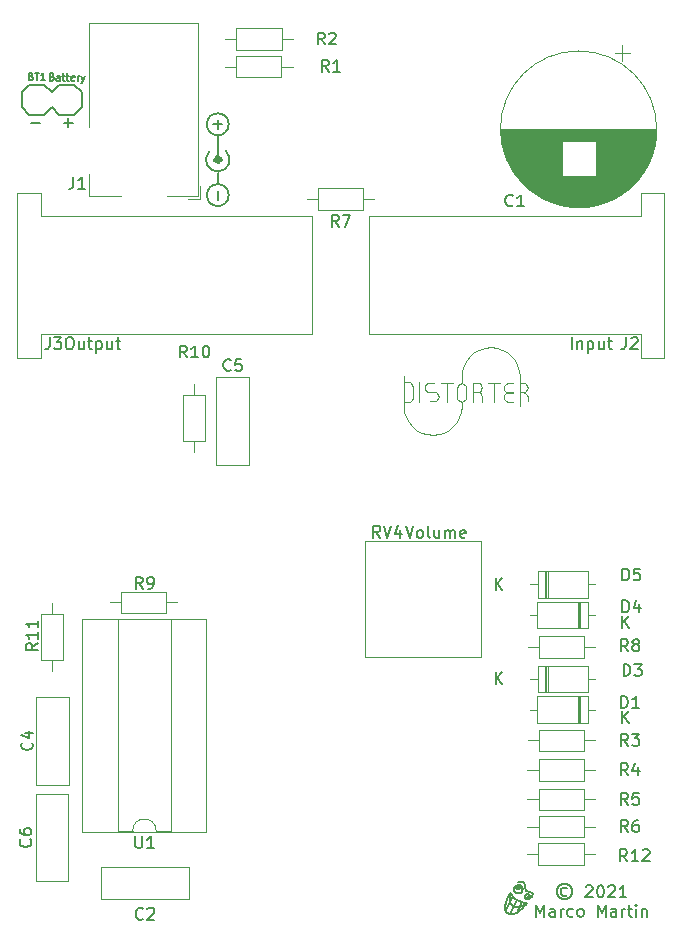
<source format=gbr>
%TF.GenerationSoftware,KiCad,Pcbnew,5.1.8-5.1.8*%
%TF.CreationDate,2021-11-25T16:42:30+01:00*%
%TF.ProjectId,diodedistortion,64696f64-6564-4697-9374-6f7274696f6e,rev?*%
%TF.SameCoordinates,Original*%
%TF.FileFunction,Legend,Top*%
%TF.FilePolarity,Positive*%
%FSLAX46Y46*%
G04 Gerber Fmt 4.6, Leading zero omitted, Abs format (unit mm)*
G04 Created by KiCad (PCBNEW 5.1.8-5.1.8) date 2021-11-25 16:42:30*
%MOMM*%
%LPD*%
G01*
G04 APERTURE LIST*
%ADD10C,0.126000*%
%ADD11C,0.150000*%
%ADD12C,0.100000*%
%ADD13C,0.165375*%
%ADD14C,0.500000*%
%ADD15C,0.120000*%
%ADD16C,0.203200*%
%ADD17C,0.127000*%
G04 APERTURE END LIST*
D10*
X102027073Y-96855017D02*
X102109170Y-96976081D01*
X102135000Y-97535000D02*
X102135000Y-97923170D01*
X101397519Y-98071746D02*
X101367450Y-97923170D01*
X101483844Y-96855027D02*
X101605798Y-96773536D01*
X101601576Y-98274296D02*
X101479616Y-98192810D01*
X102104935Y-98071736D02*
X102022845Y-98192800D01*
X101755455Y-96743690D02*
X101905113Y-96773531D01*
X101900891Y-98274291D02*
X101751234Y-98304137D01*
X102139239Y-97124657D02*
X102139239Y-97512827D01*
X102135000Y-97923170D02*
X102104935Y-98071736D01*
X101605798Y-96773536D02*
X101755455Y-96743690D01*
X101401754Y-96976091D02*
X101483844Y-96855027D01*
X101367450Y-97923170D02*
X101367450Y-97535000D01*
X102022845Y-98192800D02*
X101900891Y-98274291D01*
X101905113Y-96773531D02*
X102027073Y-96855017D01*
X101371689Y-97124657D02*
X101401754Y-96976091D01*
X101751234Y-98304137D02*
X101601576Y-98274296D01*
X101371689Y-97512827D02*
X101371689Y-97124657D01*
X102109170Y-96976081D02*
X102139239Y-97124657D01*
X101479616Y-98192810D02*
X101397519Y-98071746D01*
X99704640Y-98140384D02*
X99583576Y-98222481D01*
X99704630Y-97597155D02*
X99786121Y-97719109D01*
X99815967Y-97868766D02*
X99786126Y-98018424D01*
X99435000Y-98252550D02*
X99046830Y-98252550D01*
X99786121Y-97719109D02*
X99815967Y-97868766D01*
X99583566Y-97515065D02*
X99704630Y-97597155D01*
X99786126Y-98018424D02*
X99704640Y-98140384D01*
X99435000Y-97485000D02*
X99583566Y-97515065D01*
X99046830Y-97485000D02*
X99435000Y-97485000D01*
X99583576Y-98222481D02*
X99435000Y-98252550D01*
X97370705Y-98320081D02*
X97221064Y-98348258D01*
X101946155Y-95201665D02*
X101803525Y-95663063D01*
X97261317Y-100035000D02*
X97035485Y-99617908D01*
X101703462Y-99156510D02*
X101560832Y-99617908D01*
X97560627Y-100398063D02*
X97261317Y-100035000D01*
X102834366Y-94122200D02*
X103251458Y-93896368D01*
X106663836Y-96159041D02*
X106614132Y-95663063D01*
X102171987Y-94784573D02*
X101946155Y-95201665D01*
X98755017Y-96817927D02*
X98876081Y-96735830D01*
X96843151Y-98660531D02*
X96843151Y-96159041D01*
X106967677Y-97495241D02*
X107116304Y-97525307D01*
X103433305Y-97703541D02*
X103462964Y-97853197D01*
X97604830Y-97967291D02*
X97574759Y-98116413D01*
X103251458Y-93896368D02*
X103712856Y-93753738D01*
X103712856Y-93753738D02*
X104208835Y-93704033D01*
X103230562Y-96731167D02*
X103351626Y-96813257D01*
X104208835Y-93704033D02*
X104704813Y-93753738D01*
X103230562Y-97438568D02*
X103081997Y-97468633D01*
X99794137Y-101065835D02*
X99298159Y-101115539D01*
X104704813Y-93753738D02*
X105166211Y-93896368D01*
X105415357Y-98174826D02*
X105333866Y-98052872D01*
X103081997Y-97469431D02*
X103230624Y-97499497D01*
X105166211Y-93896368D02*
X105583303Y-94122200D01*
X96860000Y-96647771D02*
X97221064Y-96640631D01*
X105415357Y-97412826D02*
X105333866Y-97290872D01*
X105583303Y-94122200D02*
X105946366Y-94421510D01*
X98755027Y-97361156D02*
X98673536Y-97239202D01*
X102834360Y-94122200D02*
X102471297Y-94421510D01*
X103081997Y-96701101D02*
X103230562Y-96731167D01*
X106245670Y-94784573D02*
X105946360Y-94421510D01*
X102784817Y-97469431D02*
X103081997Y-97469431D01*
X103351626Y-97356478D02*
X103230562Y-97438568D01*
X107237306Y-96839067D02*
X107318797Y-96961021D01*
X101753167Y-98660531D02*
X101703462Y-99156510D01*
X102471303Y-94421510D02*
X102834366Y-94122200D01*
X105536411Y-96787500D02*
X105684987Y-96757431D01*
X105536411Y-97549500D02*
X105684987Y-97519431D01*
X107348644Y-97110677D02*
X107318798Y-97260331D01*
X107348644Y-97879007D02*
X107347797Y-98262773D01*
X96892855Y-99156510D02*
X96843151Y-98660531D01*
X107237473Y-97607397D02*
X107318986Y-97729351D01*
X106614132Y-95663063D02*
X106471502Y-95201665D01*
X103251452Y-93896368D02*
X102834360Y-94122200D01*
X103712850Y-93753738D02*
X103251452Y-93896368D01*
X96843151Y-98660531D02*
X96843154Y-96159041D01*
X105684987Y-98286981D02*
X105536421Y-98256916D01*
X102700157Y-96710000D02*
X102700157Y-98316091D01*
X99298159Y-101115539D02*
X98802180Y-101065835D01*
X98802180Y-101065835D02*
X98340782Y-100923205D01*
X105415347Y-96869597D02*
X105536411Y-96787500D01*
X101035690Y-100398063D02*
X100672627Y-100697373D01*
X97221064Y-98348258D02*
X96837298Y-98341091D01*
X97574758Y-96872481D02*
X97604830Y-97021601D01*
X101803525Y-95663063D02*
X101753821Y-96159041D01*
X101335000Y-100035000D02*
X101035690Y-100398063D01*
X106664167Y-97495241D02*
X106967677Y-97495241D01*
X102471297Y-94421510D02*
X102171987Y-94784573D01*
X101753827Y-96685000D02*
X101753827Y-96159041D01*
X106471502Y-95201665D02*
X106245670Y-94784573D01*
X105536421Y-97494916D02*
X105415357Y-97412826D01*
X102693827Y-96701101D02*
X103081997Y-96701101D01*
X105166205Y-93896368D02*
X104704807Y-93753738D01*
X101753827Y-96159041D02*
X101803531Y-95663063D01*
X101803531Y-95663063D02*
X101946161Y-95201665D01*
X101946161Y-95201665D02*
X102171993Y-94784573D01*
X107116304Y-97525307D02*
X107237473Y-97607397D01*
X98643690Y-97089545D02*
X98673531Y-96939887D01*
X98340782Y-100923205D02*
X97923690Y-100697373D01*
X100255535Y-100923205D02*
X99794137Y-101065835D01*
X102171993Y-94784573D02*
X102471303Y-94421510D01*
X103351626Y-96813257D02*
X103433117Y-96935211D01*
X104208829Y-93704033D02*
X103712850Y-93753738D01*
X105684987Y-97519431D02*
X106073157Y-97519431D01*
X103081997Y-97468633D02*
X102693827Y-97468622D01*
X103956477Y-96757431D02*
X104972487Y-96757431D01*
X97035485Y-99617908D02*
X96892855Y-99156510D01*
X107116242Y-96756977D02*
X107237306Y-96839067D01*
X105333866Y-97290872D02*
X105304020Y-97141215D01*
X99975487Y-96732431D02*
X100991497Y-96732431D01*
X100672627Y-100697373D02*
X100255535Y-100923205D01*
X105333861Y-96991557D02*
X105415347Y-96869597D01*
X105536421Y-98256916D02*
X105415357Y-98174826D01*
X101560832Y-99617908D02*
X101335000Y-100035000D01*
X99794137Y-101065835D02*
X99298159Y-101115539D01*
X101753821Y-96159041D02*
X101753167Y-96159041D01*
X97604830Y-97021601D02*
X97604830Y-97560000D01*
X99024657Y-96705761D02*
X99412827Y-96705761D01*
X103351793Y-97581587D02*
X103433305Y-97703541D01*
X107318797Y-96961021D02*
X107348644Y-97110677D01*
X107318986Y-97729351D02*
X107348644Y-97879007D01*
X107318798Y-97260331D02*
X107237305Y-97382281D01*
X99298159Y-101115539D02*
X98802180Y-101065835D01*
X98802180Y-101065835D02*
X98340782Y-100923205D01*
X104704807Y-93753738D02*
X104208829Y-93704033D01*
X96892855Y-99156510D02*
X96843151Y-98660531D01*
X97492660Y-98238404D02*
X97370705Y-98320081D01*
X103462964Y-97853197D02*
X103462157Y-98310000D01*
X105415347Y-97631597D02*
X105536411Y-97549500D01*
X98340782Y-100923205D02*
X97923690Y-100697373D01*
X97923690Y-100697373D02*
X97560627Y-100398063D01*
X97560627Y-100398063D02*
X97261317Y-100035000D01*
X106967677Y-97494431D02*
X106660000Y-97494431D01*
X106967677Y-96726911D02*
X107116242Y-96756977D01*
X103230624Y-97499497D02*
X103351793Y-97581587D01*
X101035690Y-100398063D02*
X100672627Y-100697373D01*
X97574759Y-98116413D02*
X97492660Y-98238404D01*
X98673536Y-97239202D02*
X98643690Y-97089545D01*
X105684987Y-97524981D02*
X105536421Y-97494916D01*
X98876091Y-97443246D02*
X98755027Y-97361156D01*
X103433117Y-96935211D02*
X103462964Y-97084867D01*
X106073157Y-97524981D02*
X105684987Y-97524981D01*
X107116240Y-97464367D02*
X106967677Y-97494431D01*
X97261317Y-100035000D02*
X97035485Y-99617908D01*
X100255535Y-100923205D02*
X99794137Y-101065835D01*
X107237305Y-97382281D02*
X107116240Y-97464367D01*
X106245676Y-94784573D02*
X106471508Y-95201665D01*
X97221064Y-96640631D02*
X97370704Y-96668808D01*
X98673531Y-96939887D02*
X98755017Y-96817927D01*
X97923690Y-100697373D02*
X97560627Y-100398063D01*
X97492660Y-96750488D02*
X97574758Y-96872481D01*
X105946360Y-94421510D02*
X105583297Y-94122200D01*
X106685000Y-96726911D02*
X106967677Y-96726911D01*
X106471508Y-95201665D02*
X106614138Y-95663063D01*
X106614138Y-95663063D02*
X106663843Y-96159041D01*
X106663836Y-98660531D02*
X106663836Y-96159041D01*
X105304020Y-97903215D02*
X105333861Y-97753557D01*
X105684987Y-96757431D02*
X106073157Y-96757431D01*
X105583297Y-94122200D02*
X105166205Y-93896368D01*
X99024657Y-97473311D02*
X98876091Y-97443246D01*
X106073157Y-98286981D02*
X105684987Y-98286981D01*
X105333866Y-98052872D02*
X105304020Y-97903215D01*
X105333861Y-97753557D02*
X105415347Y-97631597D01*
X103462964Y-97084867D02*
X103433117Y-97234524D01*
X106663843Y-96159041D02*
X106663836Y-98660531D01*
X100672627Y-100697373D02*
X100255535Y-100923205D01*
X105304020Y-97141215D02*
X105333861Y-96991557D01*
X103433117Y-97234524D02*
X103351626Y-97356478D01*
X98112829Y-96647771D02*
X98112829Y-98341091D01*
X105946366Y-94421510D02*
X106245676Y-94784573D01*
X98876081Y-96735830D02*
X99024657Y-96705761D01*
X97035485Y-99617908D02*
X96892855Y-99156510D01*
X97370704Y-96668808D02*
X97492660Y-96750488D01*
X97604830Y-97579122D02*
X97604830Y-97967291D01*
X104464497Y-96760000D02*
X104464497Y-98366091D01*
X101753167Y-98341091D02*
X101753167Y-98660531D01*
X100483507Y-96735000D02*
X100483507Y-98341091D01*
X101753167Y-98660531D02*
X101703462Y-99156510D01*
X101703462Y-99156510D02*
X101560832Y-99617908D01*
X101560832Y-99617908D02*
X101335000Y-100035000D01*
X101335000Y-100035000D02*
X101035690Y-100398063D01*
D11*
X65298095Y-74661428D02*
X66060000Y-74661428D01*
X68060000Y-74661428D02*
X68821904Y-74661428D01*
X68440952Y-75042380D02*
X68440952Y-74280476D01*
X81101428Y-81190952D02*
X81101428Y-80429047D01*
X81101428Y-75190952D02*
X81101428Y-74429047D01*
X81482380Y-74810000D02*
X80720476Y-74810000D01*
D12*
G36*
X107438051Y-140278856D02*
G01*
X107373791Y-140424512D01*
X107250000Y-140400000D01*
X107270618Y-140246201D01*
X107438051Y-140278856D01*
G37*
X107438051Y-140278856D02*
X107373791Y-140424512D01*
X107250000Y-140400000D01*
X107270618Y-140246201D01*
X107438051Y-140278856D01*
G36*
X106689338Y-139378838D02*
G01*
X106524310Y-139559879D01*
X106508245Y-139559879D01*
X106350000Y-139400000D01*
X106508245Y-139229927D01*
X106689338Y-139378838D01*
G37*
X106689338Y-139378838D02*
X106524310Y-139559879D01*
X106508245Y-139559879D01*
X106350000Y-139400000D01*
X106508245Y-139229927D01*
X106689338Y-139378838D01*
D11*
X110654761Y-139490476D02*
X110559523Y-139442857D01*
X110369047Y-139442857D01*
X110273809Y-139490476D01*
X110178571Y-139585714D01*
X110130952Y-139680952D01*
X110130952Y-139871428D01*
X110178571Y-139966666D01*
X110273809Y-140061904D01*
X110369047Y-140109523D01*
X110559523Y-140109523D01*
X110654761Y-140061904D01*
X110464285Y-139109523D02*
X110226190Y-139157142D01*
X109988095Y-139300000D01*
X109845238Y-139538095D01*
X109797619Y-139776190D01*
X109845238Y-140014285D01*
X109988095Y-140252380D01*
X110226190Y-140395238D01*
X110464285Y-140442857D01*
X110702380Y-140395238D01*
X110940476Y-140252380D01*
X111083333Y-140014285D01*
X111130952Y-139776190D01*
X111083333Y-139538095D01*
X110940476Y-139300000D01*
X110702380Y-139157142D01*
X110464285Y-139109523D01*
X112273809Y-139347619D02*
X112321428Y-139300000D01*
X112416666Y-139252380D01*
X112654761Y-139252380D01*
X112750000Y-139300000D01*
X112797619Y-139347619D01*
X112845238Y-139442857D01*
X112845238Y-139538095D01*
X112797619Y-139680952D01*
X112226190Y-140252380D01*
X112845238Y-140252380D01*
X113464285Y-139252380D02*
X113559523Y-139252380D01*
X113654761Y-139300000D01*
X113702380Y-139347619D01*
X113750000Y-139442857D01*
X113797619Y-139633333D01*
X113797619Y-139871428D01*
X113750000Y-140061904D01*
X113702380Y-140157142D01*
X113654761Y-140204761D01*
X113559523Y-140252380D01*
X113464285Y-140252380D01*
X113369047Y-140204761D01*
X113321428Y-140157142D01*
X113273809Y-140061904D01*
X113226190Y-139871428D01*
X113226190Y-139633333D01*
X113273809Y-139442857D01*
X113321428Y-139347619D01*
X113369047Y-139300000D01*
X113464285Y-139252380D01*
X114178571Y-139347619D02*
X114226190Y-139300000D01*
X114321428Y-139252380D01*
X114559523Y-139252380D01*
X114654761Y-139300000D01*
X114702380Y-139347619D01*
X114750000Y-139442857D01*
X114750000Y-139538095D01*
X114702380Y-139680952D01*
X114130952Y-140252380D01*
X114750000Y-140252380D01*
X115702380Y-140252380D02*
X115130952Y-140252380D01*
X115416666Y-140252380D02*
X115416666Y-139252380D01*
X115321428Y-139395238D01*
X115226190Y-139490476D01*
X115130952Y-139538095D01*
X108083333Y-141902380D02*
X108083333Y-140902380D01*
X108416666Y-141616666D01*
X108750000Y-140902380D01*
X108750000Y-141902380D01*
X109654761Y-141902380D02*
X109654761Y-141378571D01*
X109607142Y-141283333D01*
X109511904Y-141235714D01*
X109321428Y-141235714D01*
X109226190Y-141283333D01*
X109654761Y-141854761D02*
X109559523Y-141902380D01*
X109321428Y-141902380D01*
X109226190Y-141854761D01*
X109178571Y-141759523D01*
X109178571Y-141664285D01*
X109226190Y-141569047D01*
X109321428Y-141521428D01*
X109559523Y-141521428D01*
X109654761Y-141473809D01*
X110130952Y-141902380D02*
X110130952Y-141235714D01*
X110130952Y-141426190D02*
X110178571Y-141330952D01*
X110226190Y-141283333D01*
X110321428Y-141235714D01*
X110416666Y-141235714D01*
X111178571Y-141854761D02*
X111083333Y-141902380D01*
X110892857Y-141902380D01*
X110797619Y-141854761D01*
X110750000Y-141807142D01*
X110702380Y-141711904D01*
X110702380Y-141426190D01*
X110750000Y-141330952D01*
X110797619Y-141283333D01*
X110892857Y-141235714D01*
X111083333Y-141235714D01*
X111178571Y-141283333D01*
X111750000Y-141902380D02*
X111654761Y-141854761D01*
X111607142Y-141807142D01*
X111559523Y-141711904D01*
X111559523Y-141426190D01*
X111607142Y-141330952D01*
X111654761Y-141283333D01*
X111750000Y-141235714D01*
X111892857Y-141235714D01*
X111988095Y-141283333D01*
X112035714Y-141330952D01*
X112083333Y-141426190D01*
X112083333Y-141711904D01*
X112035714Y-141807142D01*
X111988095Y-141854761D01*
X111892857Y-141902380D01*
X111750000Y-141902380D01*
X113273809Y-141902380D02*
X113273809Y-140902380D01*
X113607142Y-141616666D01*
X113940476Y-140902380D01*
X113940476Y-141902380D01*
X114845238Y-141902380D02*
X114845238Y-141378571D01*
X114797619Y-141283333D01*
X114702380Y-141235714D01*
X114511904Y-141235714D01*
X114416666Y-141283333D01*
X114845238Y-141854761D02*
X114750000Y-141902380D01*
X114511904Y-141902380D01*
X114416666Y-141854761D01*
X114369047Y-141759523D01*
X114369047Y-141664285D01*
X114416666Y-141569047D01*
X114511904Y-141521428D01*
X114750000Y-141521428D01*
X114845238Y-141473809D01*
X115321428Y-141902380D02*
X115321428Y-141235714D01*
X115321428Y-141426190D02*
X115369047Y-141330952D01*
X115416666Y-141283333D01*
X115511904Y-141235714D01*
X115607142Y-141235714D01*
X115797619Y-141235714D02*
X116178571Y-141235714D01*
X115940476Y-140902380D02*
X115940476Y-141759523D01*
X115988095Y-141854761D01*
X116083333Y-141902380D01*
X116178571Y-141902380D01*
X116511904Y-141902380D02*
X116511904Y-141235714D01*
X116511904Y-140902380D02*
X116464285Y-140950000D01*
X116511904Y-140997619D01*
X116559523Y-140950000D01*
X116511904Y-140902380D01*
X116511904Y-140997619D01*
X116988095Y-141235714D02*
X116988095Y-141902380D01*
X116988095Y-141330952D02*
X117035714Y-141283333D01*
X117130952Y-141235714D01*
X117273809Y-141235714D01*
X117369047Y-141283333D01*
X117416666Y-141378571D01*
X117416666Y-141902380D01*
D13*
X107270618Y-140391584D02*
X107248579Y-140358887D01*
X106359334Y-139378838D02*
X106372265Y-139330643D01*
X106205126Y-141651560D02*
X106107715Y-141675941D01*
X106524310Y-139559879D02*
X106508245Y-139559879D01*
X107373791Y-139985696D02*
X107415823Y-139998747D01*
X107281507Y-140744321D02*
X107255582Y-140781911D01*
X107486971Y-140046774D02*
X107514313Y-140079923D01*
X105468953Y-140794049D02*
X105507349Y-140660804D01*
X106907350Y-139577592D02*
X106907350Y-139577592D01*
X107486971Y-140363433D02*
X107453822Y-140390775D01*
X107339950Y-140429058D02*
X107328673Y-140429058D01*
X107041960Y-140711792D02*
X107221352Y-140738619D01*
X107416001Y-140391584D02*
X107383357Y-140413634D01*
X107415823Y-139998747D02*
X107453822Y-140019432D01*
X107453822Y-140019432D02*
X107486971Y-140046774D01*
X106624910Y-141437252D02*
X106516561Y-141508745D01*
X107241449Y-140411460D02*
X107203460Y-140390775D01*
X107383357Y-140413634D02*
X107353337Y-140421719D01*
X106748873Y-139875582D02*
X106687805Y-139908741D01*
X107353337Y-140216129D02*
X107383357Y-140224161D01*
X106860236Y-140685353D02*
X106424162Y-141557450D01*
X105574682Y-141541159D02*
X105526717Y-141480547D01*
X106689338Y-139394892D02*
X106689338Y-139410905D01*
X107764685Y-139892844D02*
X107726402Y-140222796D01*
X107333335Y-140216129D02*
X107343373Y-140216129D01*
X106273259Y-140378543D02*
X106435900Y-140495208D01*
X106689338Y-139410905D02*
X106676350Y-139459110D01*
X105882812Y-139917561D02*
X105911523Y-139875131D01*
X107303326Y-140413634D02*
X107270618Y-140391584D01*
X106676350Y-139459110D02*
X106640975Y-139511568D01*
X107438051Y-140358887D02*
X107416001Y-140391584D01*
X106845935Y-139778510D02*
X106802014Y-139831713D01*
X107383357Y-140224161D02*
X107416001Y-140246201D01*
X106640975Y-139511568D02*
X106588507Y-139546880D01*
X107204951Y-139689522D02*
X107764685Y-139892844D01*
X107514313Y-140079923D02*
X107534998Y-140117912D01*
X107328673Y-139981191D02*
X107339950Y-139981191D01*
X105487525Y-141410194D02*
X105457674Y-141330327D01*
X107317343Y-139981191D02*
X107328673Y-139981191D01*
X106588507Y-139546880D02*
X106540312Y-139559879D01*
X106540312Y-139559879D02*
X106524310Y-139559879D01*
X107328673Y-140429058D02*
X107317343Y-140429058D01*
X107170312Y-140363433D02*
X107142970Y-140330285D01*
X106907350Y-139559480D02*
X106907350Y-139577592D01*
X105892896Y-139960632D02*
X105905598Y-139901664D01*
X105842766Y-141682093D02*
X105765463Y-141662441D01*
X107552596Y-140205135D02*
X107552596Y-140216402D01*
X107260874Y-140756049D02*
X107224943Y-140778782D01*
X106182284Y-141020888D02*
X106084586Y-140970071D01*
X107048785Y-138988332D02*
X107204951Y-139689522D01*
X107453822Y-140390775D02*
X107415823Y-140411460D01*
X107109233Y-140250254D02*
X107104729Y-140216402D01*
X106967336Y-140916237D02*
X106822016Y-140976056D01*
X106620301Y-139225422D02*
X106687805Y-139246338D01*
X106687805Y-139246338D02*
X106748873Y-139279487D01*
X107283491Y-139985696D02*
X107317343Y-139981191D01*
X105624812Y-140369817D02*
X105705077Y-140212485D01*
X107446136Y-140328857D02*
X107438051Y-140358887D01*
X107514313Y-140330285D02*
X107486971Y-140363433D01*
X105911523Y-139875131D02*
X105911523Y-139875131D01*
X106748873Y-139279487D02*
X106802014Y-139323408D01*
X106618642Y-140588679D02*
X106820819Y-140660405D01*
X107317343Y-140429058D02*
X107283491Y-140424512D01*
X107104729Y-140216402D02*
X107104729Y-140205135D01*
X106306128Y-141615728D02*
X106205126Y-141651560D01*
X106802014Y-139323408D02*
X106845935Y-139376570D01*
X107446136Y-140308865D02*
X107446136Y-140318892D01*
X107065154Y-141026869D02*
X106955209Y-141148549D01*
X106845935Y-139376570D02*
X106879094Y-139437627D01*
X106879094Y-139437627D02*
X106900000Y-139505132D01*
X105430045Y-141035128D02*
X105443375Y-140918862D01*
X105428393Y-141142567D02*
X105430045Y-141035128D01*
X106900000Y-139505132D02*
X106907350Y-139559480D01*
X106565953Y-139218135D02*
X106620301Y-139225422D01*
X107241449Y-139998747D02*
X107283491Y-139985696D01*
X106955209Y-141148549D02*
X106844738Y-141257354D01*
X106249788Y-139376570D02*
X106293709Y-139323408D01*
X106844738Y-141257354D02*
X106734457Y-141353513D01*
X107534998Y-140117912D02*
X107548049Y-140159954D01*
X106516561Y-141508745D02*
X106410148Y-141568160D01*
X107203460Y-140019432D02*
X107241449Y-139998747D01*
X107373791Y-140424512D02*
X107339950Y-140429058D01*
X106293709Y-139323408D02*
X106346860Y-139279487D01*
X106802014Y-139831713D02*
X106748873Y-139875582D01*
X106107715Y-141675941D02*
X106014461Y-141689044D01*
X106131242Y-140237255D02*
X106273259Y-140378543D01*
X106410148Y-141568160D02*
X106306128Y-141615728D01*
X105526717Y-141480547D02*
X105487525Y-141410194D01*
X107170312Y-140046774D02*
X107203460Y-140019432D01*
X106346860Y-139279487D02*
X106407926Y-139246338D01*
X107142970Y-140079923D02*
X107170312Y-140046774D01*
X106820819Y-140660405D02*
X107041960Y-140711792D01*
X105911523Y-139875131D02*
X105932601Y-139925310D01*
X106407926Y-139246338D02*
X106475432Y-139225422D01*
X107415823Y-140411460D02*
X107373791Y-140424512D01*
X106475432Y-139225422D02*
X106529780Y-139218135D01*
X106529780Y-139218135D02*
X106547893Y-139218135D01*
X106547893Y-139218135D02*
X106565953Y-139218135D01*
X106216634Y-139437627D02*
X106249788Y-139376570D01*
X105443375Y-140918862D02*
X105468953Y-140794049D01*
X107104729Y-140205135D02*
X107104729Y-140205135D01*
X106249788Y-139778510D02*
X106216634Y-139717452D01*
X107122285Y-140117912D02*
X107142970Y-140079923D01*
X106216634Y-139717452D02*
X106195728Y-139650000D01*
X107109233Y-140159954D02*
X107122285Y-140117912D01*
X106412369Y-140508596D02*
X105817245Y-141675315D01*
X106195728Y-139650000D02*
X106188437Y-139595652D01*
X107104729Y-140193806D02*
X107109233Y-140159954D01*
X105848234Y-140346980D02*
X105864242Y-140139563D01*
X107221352Y-140738619D02*
X107281507Y-140744321D01*
X106188437Y-139595652D02*
X106188437Y-139577592D01*
X106679993Y-141020602D02*
X106543168Y-141048630D01*
X106084586Y-140970071D02*
X106001245Y-140896361D01*
X107104729Y-140205135D02*
X107104729Y-140193806D01*
X106014461Y-141689044D02*
X105925937Y-141691037D01*
X106879094Y-139717452D02*
X106845935Y-139778510D01*
X106734457Y-141353513D02*
X106624910Y-141437252D01*
X106689338Y-139394892D02*
X106689338Y-139394892D01*
X105932601Y-139925310D02*
X106010474Y-140069906D01*
X105457674Y-141330327D02*
X105437793Y-141241005D01*
X107552596Y-140216402D02*
X107548049Y-140250254D01*
X107174113Y-140892203D02*
X107065154Y-141026869D01*
X107283491Y-140424512D02*
X107241449Y-140411460D01*
X106188437Y-139577592D02*
X106188437Y-139559480D01*
X106689338Y-139378838D02*
X106689338Y-139394892D01*
X105765463Y-141662441D02*
X105694653Y-141632304D01*
X106188437Y-139559480D02*
X106195728Y-139505132D01*
X106195728Y-139505132D02*
X106216634Y-139437627D01*
X105630851Y-141591802D02*
X105574682Y-141541159D01*
X105559074Y-140519306D02*
X105624812Y-140369817D01*
X105705077Y-140212485D02*
X105800440Y-140047499D01*
X106676350Y-139330643D02*
X106689338Y-139378838D01*
X106293709Y-139831713D02*
X106249788Y-139778510D01*
X106640975Y-139278227D02*
X106676350Y-139330643D01*
X105925937Y-141691037D02*
X105842766Y-141682093D01*
X105694653Y-141632304D02*
X105630851Y-141591802D01*
X107122285Y-140292296D02*
X107109233Y-140250254D01*
X106620301Y-139929636D02*
X106565953Y-139936986D01*
X106292456Y-141050055D02*
X106182284Y-141020888D01*
X106565953Y-139936986D02*
X106547893Y-139936986D01*
X106547893Y-139936986D02*
X106529780Y-139936986D01*
X106413396Y-141058883D02*
X106292456Y-141050055D01*
X107270618Y-140246201D02*
X107303326Y-140224161D01*
X106822016Y-140976056D02*
X106679993Y-141020602D01*
X107552596Y-140193806D02*
X107552596Y-140205135D01*
X107240546Y-140328857D02*
X107240546Y-140318892D01*
X106588507Y-139242863D02*
X106640975Y-139278227D01*
X105855754Y-140525049D02*
X105848234Y-140346980D01*
X107416001Y-140246201D02*
X107438051Y-140278856D01*
X107333335Y-140421719D02*
X107303326Y-140413634D01*
X107203460Y-140390775D02*
X107170312Y-140363433D01*
X106529780Y-139936986D02*
X106475432Y-139929636D01*
X106540312Y-139229927D02*
X106588507Y-139242863D01*
X107114252Y-140842464D02*
X106967336Y-140916237D01*
X106524310Y-139229927D02*
X106540312Y-139229927D01*
X107224943Y-140778782D02*
X107114252Y-140842464D01*
X106475432Y-139929636D02*
X106407926Y-139908741D01*
X107303326Y-140224161D02*
X107333335Y-140216129D01*
X105934139Y-140798490D02*
X105885034Y-140675157D01*
X106435900Y-140495208D02*
X106618642Y-140588679D01*
X107353337Y-140421719D02*
X107343373Y-140421719D01*
X106407926Y-139908741D02*
X106346860Y-139875582D01*
X106508245Y-139229927D02*
X106524310Y-139229927D01*
X107248579Y-140358887D02*
X107240546Y-140328857D01*
X106543168Y-141048630D02*
X106413396Y-141058883D01*
X106346860Y-139875582D02*
X106293709Y-139831713D01*
X105507349Y-140660804D02*
X105559074Y-140519306D01*
X106687805Y-139908741D02*
X106620301Y-139929636D01*
X106460050Y-139242863D02*
X106508245Y-139229927D01*
X107548049Y-140159954D02*
X107552596Y-140193806D01*
X106521401Y-138982410D02*
X107048785Y-138988332D01*
X105864242Y-140139563D02*
X105892896Y-139960632D01*
X105800440Y-140047499D02*
X105882812Y-139917561D01*
X107142970Y-140330285D02*
X107122285Y-140292296D01*
X106407641Y-139278227D02*
X106460050Y-139242863D01*
X107255582Y-140781911D02*
X107174113Y-140892203D01*
X107446136Y-140318892D02*
X107446136Y-140328857D01*
X106372265Y-139330643D02*
X106407641Y-139278227D01*
X106508245Y-139559879D02*
X106460050Y-139546880D01*
X107248579Y-140278856D02*
X107270618Y-140246201D01*
X107240546Y-140318892D02*
X107240546Y-140308865D01*
X107240546Y-140318892D02*
X107240546Y-140318892D01*
X106010474Y-140069906D02*
X106131242Y-140237255D01*
X106076497Y-140184513D02*
X105481372Y-141351234D01*
X107438051Y-140278856D02*
X107446136Y-140308865D01*
X105437793Y-141241005D02*
X105428393Y-141142567D01*
X107343373Y-140216129D02*
X107353337Y-140216129D01*
X106001245Y-140896361D02*
X105934139Y-140798490D01*
X107240546Y-140308865D02*
X107248579Y-140278856D01*
X107548049Y-140250254D02*
X107534998Y-140292296D01*
X107343373Y-140421719D02*
X107333335Y-140421719D01*
X106460050Y-139546880D02*
X106407641Y-139511568D01*
X107339950Y-139981191D02*
X107373791Y-139985696D01*
X106407641Y-139511568D02*
X106372265Y-139459110D01*
X105885034Y-140675157D02*
X105855754Y-140525049D01*
X106372265Y-139459110D02*
X106359334Y-139410905D01*
X106359334Y-139410905D02*
X106359334Y-139394892D01*
X107534998Y-140292296D02*
X107514313Y-140330285D01*
X106359334Y-139394892D02*
X106359334Y-139378838D01*
X106907350Y-139577592D02*
X106907350Y-139595652D01*
X106907350Y-139595652D02*
X106900000Y-139650000D01*
X106900000Y-139650000D02*
X106879094Y-139717452D01*
D11*
X97004761Y-108827380D02*
X97338095Y-109827380D01*
X97671428Y-108827380D01*
X98147619Y-109827380D02*
X98052380Y-109779761D01*
X98004761Y-109732142D01*
X97957142Y-109636904D01*
X97957142Y-109351190D01*
X98004761Y-109255952D01*
X98052380Y-109208333D01*
X98147619Y-109160714D01*
X98290476Y-109160714D01*
X98385714Y-109208333D01*
X98433333Y-109255952D01*
X98480952Y-109351190D01*
X98480952Y-109636904D01*
X98433333Y-109732142D01*
X98385714Y-109779761D01*
X98290476Y-109827380D01*
X98147619Y-109827380D01*
X99052380Y-109827380D02*
X98957142Y-109779761D01*
X98909523Y-109684523D01*
X98909523Y-108827380D01*
X99861904Y-109160714D02*
X99861904Y-109827380D01*
X99433333Y-109160714D02*
X99433333Y-109684523D01*
X99480952Y-109779761D01*
X99576190Y-109827380D01*
X99719047Y-109827380D01*
X99814285Y-109779761D01*
X99861904Y-109732142D01*
X100338095Y-109827380D02*
X100338095Y-109160714D01*
X100338095Y-109255952D02*
X100385714Y-109208333D01*
X100480952Y-109160714D01*
X100623809Y-109160714D01*
X100719047Y-109208333D01*
X100766666Y-109303571D01*
X100766666Y-109827380D01*
X100766666Y-109303571D02*
X100814285Y-109208333D01*
X100909523Y-109160714D01*
X101052380Y-109160714D01*
X101147619Y-109208333D01*
X101195238Y-109303571D01*
X101195238Y-109827380D01*
X102052380Y-109779761D02*
X101957142Y-109827380D01*
X101766666Y-109827380D01*
X101671428Y-109779761D01*
X101623809Y-109684523D01*
X101623809Y-109303571D01*
X101671428Y-109208333D01*
X101766666Y-109160714D01*
X101957142Y-109160714D01*
X102052380Y-109208333D01*
X102100000Y-109303571D01*
X102100000Y-109398809D01*
X101623809Y-109494047D01*
X68476190Y-92852380D02*
X68666666Y-92852380D01*
X68761904Y-92900000D01*
X68857142Y-92995238D01*
X68904761Y-93185714D01*
X68904761Y-93519047D01*
X68857142Y-93709523D01*
X68761904Y-93804761D01*
X68666666Y-93852380D01*
X68476190Y-93852380D01*
X68380952Y-93804761D01*
X68285714Y-93709523D01*
X68238095Y-93519047D01*
X68238095Y-93185714D01*
X68285714Y-92995238D01*
X68380952Y-92900000D01*
X68476190Y-92852380D01*
X69761904Y-93185714D02*
X69761904Y-93852380D01*
X69333333Y-93185714D02*
X69333333Y-93709523D01*
X69380952Y-93804761D01*
X69476190Y-93852380D01*
X69619047Y-93852380D01*
X69714285Y-93804761D01*
X69761904Y-93757142D01*
X70095238Y-93185714D02*
X70476190Y-93185714D01*
X70238095Y-92852380D02*
X70238095Y-93709523D01*
X70285714Y-93804761D01*
X70380952Y-93852380D01*
X70476190Y-93852380D01*
X70809523Y-93185714D02*
X70809523Y-94185714D01*
X70809523Y-93233333D02*
X70904761Y-93185714D01*
X71095238Y-93185714D01*
X71190476Y-93233333D01*
X71238095Y-93280952D01*
X71285714Y-93376190D01*
X71285714Y-93661904D01*
X71238095Y-93757142D01*
X71190476Y-93804761D01*
X71095238Y-93852380D01*
X70904761Y-93852380D01*
X70809523Y-93804761D01*
X72142857Y-93185714D02*
X72142857Y-93852380D01*
X71714285Y-93185714D02*
X71714285Y-93709523D01*
X71761904Y-93804761D01*
X71857142Y-93852380D01*
X72000000Y-93852380D01*
X72095238Y-93804761D01*
X72142857Y-93757142D01*
X72476190Y-93185714D02*
X72857142Y-93185714D01*
X72619047Y-92852380D02*
X72619047Y-93709523D01*
X72666666Y-93804761D01*
X72761904Y-93852380D01*
X72857142Y-93852380D01*
X111057142Y-93852380D02*
X111057142Y-92852380D01*
X111533333Y-93185714D02*
X111533333Y-93852380D01*
X111533333Y-93280952D02*
X111580952Y-93233333D01*
X111676190Y-93185714D01*
X111819047Y-93185714D01*
X111914285Y-93233333D01*
X111961904Y-93328571D01*
X111961904Y-93852380D01*
X112438095Y-93185714D02*
X112438095Y-94185714D01*
X112438095Y-93233333D02*
X112533333Y-93185714D01*
X112723809Y-93185714D01*
X112819047Y-93233333D01*
X112866666Y-93280952D01*
X112914285Y-93376190D01*
X112914285Y-93661904D01*
X112866666Y-93757142D01*
X112819047Y-93804761D01*
X112723809Y-93852380D01*
X112533333Y-93852380D01*
X112438095Y-93804761D01*
X113771428Y-93185714D02*
X113771428Y-93852380D01*
X113342857Y-93185714D02*
X113342857Y-93709523D01*
X113390476Y-93804761D01*
X113485714Y-93852380D01*
X113628571Y-93852380D01*
X113723809Y-93804761D01*
X113771428Y-93757142D01*
X114104761Y-93185714D02*
X114485714Y-93185714D01*
X114247619Y-92852380D02*
X114247619Y-93709523D01*
X114295238Y-93804761D01*
X114390476Y-93852380D01*
X114485714Y-93852380D01*
%TO.C,REF\u002A\u002A*%
X80355000Y-77135000D02*
G75*
G03*
X81780000Y-77060000I750000J-675000D01*
G01*
X81105000Y-77810000D02*
X81105000Y-75810000D01*
X81105000Y-79810000D02*
X81105000Y-78910000D01*
X82030000Y-80810000D02*
G75*
G03*
X82030000Y-80810000I-925000J0D01*
G01*
X82030000Y-74810000D02*
G75*
G03*
X82030000Y-74810000I-925000J0D01*
G01*
D14*
X81280000Y-77810000D02*
G75*
G03*
X81280000Y-77810000I-175000J0D01*
G01*
D15*
%TO.C,R12*%
X108240000Y-135680000D02*
X108240000Y-137520000D01*
X108240000Y-137520000D02*
X112080000Y-137520000D01*
X112080000Y-137520000D02*
X112080000Y-135680000D01*
X112080000Y-135680000D02*
X108240000Y-135680000D01*
X107290000Y-136600000D02*
X108240000Y-136600000D01*
X113030000Y-136600000D02*
X112080000Y-136600000D01*
%TO.C,R11*%
X68020000Y-116290000D02*
X66180000Y-116290000D01*
X66180000Y-116290000D02*
X66180000Y-120130000D01*
X66180000Y-120130000D02*
X68020000Y-120130000D01*
X68020000Y-120130000D02*
X68020000Y-116290000D01*
X67100000Y-115340000D02*
X67100000Y-116290000D01*
X67100000Y-121080000D02*
X67100000Y-120130000D01*
%TO.C,R10*%
X80020000Y-97765000D02*
X78180000Y-97765000D01*
X78180000Y-97765000D02*
X78180000Y-101605000D01*
X78180000Y-101605000D02*
X80020000Y-101605000D01*
X80020000Y-101605000D02*
X80020000Y-97765000D01*
X79100000Y-96815000D02*
X79100000Y-97765000D01*
X79100000Y-102555000D02*
X79100000Y-101605000D01*
%TO.C,R9*%
X72890000Y-114380000D02*
X72890000Y-116220000D01*
X72890000Y-116220000D02*
X76730000Y-116220000D01*
X76730000Y-116220000D02*
X76730000Y-114380000D01*
X76730000Y-114380000D02*
X72890000Y-114380000D01*
X71940000Y-115300000D02*
X72890000Y-115300000D01*
X77680000Y-115300000D02*
X76730000Y-115300000D01*
%TO.C,R8*%
X108290000Y-118155000D02*
X108290000Y-119995000D01*
X108290000Y-119995000D02*
X112130000Y-119995000D01*
X112130000Y-119995000D02*
X112130000Y-118155000D01*
X112130000Y-118155000D02*
X108290000Y-118155000D01*
X107340000Y-119075000D02*
X108290000Y-119075000D01*
X113080000Y-119075000D02*
X112130000Y-119075000D01*
%TO.C,R7*%
X89580000Y-80210000D02*
X89580000Y-82050000D01*
X89580000Y-82050000D02*
X93420000Y-82050000D01*
X93420000Y-82050000D02*
X93420000Y-80210000D01*
X93420000Y-80210000D02*
X89580000Y-80210000D01*
X88630000Y-81130000D02*
X89580000Y-81130000D01*
X94370000Y-81130000D02*
X93420000Y-81130000D01*
%TO.C,R6*%
X112110000Y-135195000D02*
X112110000Y-133355000D01*
X112110000Y-133355000D02*
X108270000Y-133355000D01*
X108270000Y-133355000D02*
X108270000Y-135195000D01*
X108270000Y-135195000D02*
X112110000Y-135195000D01*
X113060000Y-134275000D02*
X112110000Y-134275000D01*
X107320000Y-134275000D02*
X108270000Y-134275000D01*
%TO.C,R5*%
X112110000Y-132895000D02*
X112110000Y-131055000D01*
X112110000Y-131055000D02*
X108270000Y-131055000D01*
X108270000Y-131055000D02*
X108270000Y-132895000D01*
X108270000Y-132895000D02*
X112110000Y-132895000D01*
X113060000Y-131975000D02*
X112110000Y-131975000D01*
X107320000Y-131975000D02*
X108270000Y-131975000D01*
%TO.C,R4*%
X112110000Y-130395000D02*
X112110000Y-128555000D01*
X112110000Y-128555000D02*
X108270000Y-128555000D01*
X108270000Y-128555000D02*
X108270000Y-130395000D01*
X108270000Y-130395000D02*
X112110000Y-130395000D01*
X113060000Y-129475000D02*
X112110000Y-129475000D01*
X107320000Y-129475000D02*
X108270000Y-129475000D01*
%TO.C,R3*%
X108290000Y-126055000D02*
X108290000Y-127895000D01*
X108290000Y-127895000D02*
X112130000Y-127895000D01*
X112130000Y-127895000D02*
X112130000Y-126055000D01*
X112130000Y-126055000D02*
X108290000Y-126055000D01*
X107340000Y-126975000D02*
X108290000Y-126975000D01*
X113080000Y-126975000D02*
X112130000Y-126975000D01*
%TO.C,R2*%
X86510000Y-68520000D02*
X86510000Y-66680000D01*
X86510000Y-66680000D02*
X82670000Y-66680000D01*
X82670000Y-66680000D02*
X82670000Y-68520000D01*
X82670000Y-68520000D02*
X86510000Y-68520000D01*
X87460000Y-67600000D02*
X86510000Y-67600000D01*
X81720000Y-67600000D02*
X82670000Y-67600000D01*
%TO.C,R1*%
X82650000Y-69000000D02*
X82650000Y-70840000D01*
X82650000Y-70840000D02*
X86490000Y-70840000D01*
X86490000Y-70840000D02*
X86490000Y-69000000D01*
X86490000Y-69000000D02*
X82650000Y-69000000D01*
X81700000Y-69920000D02*
X82650000Y-69920000D01*
X87440000Y-69920000D02*
X86490000Y-69920000D01*
%TO.C,D4*%
X112410000Y-117495000D02*
X112410000Y-115255000D01*
X112410000Y-115255000D02*
X108170000Y-115255000D01*
X108170000Y-115255000D02*
X108170000Y-117495000D01*
X108170000Y-117495000D02*
X112410000Y-117495000D01*
X113060000Y-116375000D02*
X112410000Y-116375000D01*
X107520000Y-116375000D02*
X108170000Y-116375000D01*
X111690000Y-117495000D02*
X111690000Y-115255000D01*
X111570000Y-117495000D02*
X111570000Y-115255000D01*
X111810000Y-117495000D02*
X111810000Y-115255000D01*
%TO.C,U1*%
X73890000Y-134630000D02*
G75*
G02*
X75890000Y-134630000I1000000J0D01*
G01*
X75890000Y-134630000D02*
X77140000Y-134630000D01*
X77140000Y-134630000D02*
X77140000Y-116730000D01*
X77140000Y-116730000D02*
X72640000Y-116730000D01*
X72640000Y-116730000D02*
X72640000Y-134630000D01*
X72640000Y-134630000D02*
X73890000Y-134630000D01*
X80140000Y-134690000D02*
X80140000Y-116670000D01*
X80140000Y-116670000D02*
X69640000Y-116670000D01*
X69640000Y-116670000D02*
X69640000Y-134690000D01*
X69640000Y-134690000D02*
X80140000Y-134690000D01*
%TO.C,RV4*%
X103350000Y-119875000D02*
X93580000Y-119875000D01*
X103350000Y-110105000D02*
X93580000Y-110105000D01*
X103350000Y-119875000D02*
X103350000Y-110105000D01*
X93580000Y-119875000D02*
X93580000Y-110105000D01*
%TO.C,J3*%
X89100000Y-92600000D02*
X66100000Y-92600000D01*
X89100000Y-82600000D02*
X89100000Y-92600000D01*
X66100000Y-82600000D02*
X89100000Y-82600000D01*
X66100000Y-94600000D02*
X66100000Y-92600000D01*
X66100000Y-80600000D02*
X66100000Y-82600000D01*
X64100000Y-94600000D02*
X66100000Y-94600000D01*
X64100000Y-80600000D02*
X66100000Y-80600000D01*
X64100000Y-94600000D02*
X64100000Y-80600000D01*
%TO.C,J2*%
X93900000Y-82600000D02*
X116900000Y-82600000D01*
X93900000Y-92600000D02*
X93900000Y-82600000D01*
X116900000Y-92600000D02*
X93900000Y-92600000D01*
X116900000Y-80600000D02*
X116900000Y-82600000D01*
X116900000Y-94600000D02*
X116900000Y-92600000D01*
X118900000Y-80600000D02*
X116900000Y-80600000D01*
X118900000Y-94600000D02*
X116900000Y-94600000D01*
X118900000Y-80600000D02*
X118900000Y-94600000D01*
%TO.C,J1*%
X78550000Y-81100000D02*
X79600000Y-81100000D01*
X79600000Y-80050000D02*
X79600000Y-81100000D01*
X70200000Y-75000000D02*
X70200000Y-66200000D01*
X70200000Y-66200000D02*
X79400000Y-66200000D01*
X72900000Y-80900000D02*
X70200000Y-80900000D01*
X70200000Y-80900000D02*
X70200000Y-79000000D01*
X79400000Y-66200000D02*
X79400000Y-80900000D01*
X79400000Y-80900000D02*
X76800000Y-80900000D01*
%TO.C,D5*%
X108190000Y-112655000D02*
X108190000Y-114895000D01*
X108190000Y-114895000D02*
X112430000Y-114895000D01*
X112430000Y-114895000D02*
X112430000Y-112655000D01*
X112430000Y-112655000D02*
X108190000Y-112655000D01*
X107540000Y-113775000D02*
X108190000Y-113775000D01*
X113080000Y-113775000D02*
X112430000Y-113775000D01*
X108910000Y-112655000D02*
X108910000Y-114895000D01*
X109030000Y-112655000D02*
X109030000Y-114895000D01*
X108790000Y-112655000D02*
X108790000Y-114895000D01*
%TO.C,D3*%
X108190000Y-120655000D02*
X108190000Y-122895000D01*
X108190000Y-122895000D02*
X112430000Y-122895000D01*
X112430000Y-122895000D02*
X112430000Y-120655000D01*
X112430000Y-120655000D02*
X108190000Y-120655000D01*
X107540000Y-121775000D02*
X108190000Y-121775000D01*
X113080000Y-121775000D02*
X112430000Y-121775000D01*
X108910000Y-120655000D02*
X108910000Y-122895000D01*
X109030000Y-120655000D02*
X109030000Y-122895000D01*
X108790000Y-120655000D02*
X108790000Y-122895000D01*
%TO.C,D1*%
X112410000Y-125495000D02*
X112410000Y-123255000D01*
X112410000Y-123255000D02*
X108170000Y-123255000D01*
X108170000Y-123255000D02*
X108170000Y-125495000D01*
X108170000Y-125495000D02*
X112410000Y-125495000D01*
X113060000Y-124375000D02*
X112410000Y-124375000D01*
X107520000Y-124375000D02*
X108170000Y-124375000D01*
X111690000Y-125495000D02*
X111690000Y-123255000D01*
X111570000Y-125495000D02*
X111570000Y-123255000D01*
X111810000Y-125495000D02*
X111810000Y-123255000D01*
%TO.C,C6*%
X65705000Y-138920000D02*
X65705000Y-131480000D01*
X68445000Y-138920000D02*
X68445000Y-131480000D01*
X65705000Y-138920000D02*
X68445000Y-138920000D01*
X65705000Y-131480000D02*
X68445000Y-131480000D01*
%TO.C,C5*%
X83720000Y-96205000D02*
X83720000Y-103645000D01*
X80980000Y-96205000D02*
X80980000Y-103645000D01*
X83720000Y-96205000D02*
X80980000Y-96205000D01*
X83720000Y-103645000D02*
X80980000Y-103645000D01*
%TO.C,C4*%
X68470000Y-123280000D02*
X68470000Y-130720000D01*
X65730000Y-123280000D02*
X65730000Y-130720000D01*
X68470000Y-123280000D02*
X65730000Y-123280000D01*
X68470000Y-130720000D02*
X65730000Y-130720000D01*
%TO.C,C2*%
X71230000Y-137680000D02*
X78670000Y-137680000D01*
X71230000Y-140420000D02*
X78670000Y-140420000D01*
X71230000Y-137680000D02*
X71230000Y-140420000D01*
X78670000Y-137680000D02*
X78670000Y-140420000D01*
%TO.C,C1*%
X118270000Y-75220000D02*
G75*
G03*
X118270000Y-75220000I-6620000J0D01*
G01*
X118230000Y-75220000D02*
X105070000Y-75220000D01*
X118230000Y-75260000D02*
X105070000Y-75260000D01*
X118230000Y-75300000D02*
X105070000Y-75300000D01*
X118229000Y-75340000D02*
X105071000Y-75340000D01*
X118229000Y-75380000D02*
X105071000Y-75380000D01*
X118227000Y-75420000D02*
X105073000Y-75420000D01*
X118226000Y-75460000D02*
X105074000Y-75460000D01*
X118225000Y-75500000D02*
X105075000Y-75500000D01*
X118223000Y-75540000D02*
X105077000Y-75540000D01*
X118221000Y-75580000D02*
X105079000Y-75580000D01*
X118218000Y-75620000D02*
X105082000Y-75620000D01*
X118216000Y-75660000D02*
X105084000Y-75660000D01*
X118213000Y-75700000D02*
X105087000Y-75700000D01*
X118210000Y-75740000D02*
X105090000Y-75740000D01*
X118207000Y-75780000D02*
X105093000Y-75780000D01*
X118203000Y-75820000D02*
X105097000Y-75820000D01*
X118199000Y-75860000D02*
X105101000Y-75860000D01*
X118195000Y-75900000D02*
X105105000Y-75900000D01*
X118191000Y-75941000D02*
X105109000Y-75941000D01*
X118187000Y-75981000D02*
X105113000Y-75981000D01*
X118182000Y-76021000D02*
X105118000Y-76021000D01*
X118177000Y-76061000D02*
X105123000Y-76061000D01*
X118172000Y-76101000D02*
X105128000Y-76101000D01*
X118166000Y-76141000D02*
X105134000Y-76141000D01*
X118161000Y-76181000D02*
X105139000Y-76181000D01*
X118155000Y-76221000D02*
X105145000Y-76221000D01*
X118148000Y-76261000D02*
X105152000Y-76261000D01*
X118142000Y-76301000D02*
X113090000Y-76301000D01*
X110210000Y-76301000D02*
X105158000Y-76301000D01*
X118135000Y-76341000D02*
X113090000Y-76341000D01*
X110210000Y-76341000D02*
X105165000Y-76341000D01*
X118128000Y-76381000D02*
X113090000Y-76381000D01*
X110210000Y-76381000D02*
X105172000Y-76381000D01*
X118121000Y-76421000D02*
X113090000Y-76421000D01*
X110210000Y-76421000D02*
X105179000Y-76421000D01*
X118113000Y-76461000D02*
X113090000Y-76461000D01*
X110210000Y-76461000D02*
X105187000Y-76461000D01*
X118106000Y-76501000D02*
X113090000Y-76501000D01*
X110210000Y-76501000D02*
X105194000Y-76501000D01*
X118098000Y-76541000D02*
X113090000Y-76541000D01*
X110210000Y-76541000D02*
X105202000Y-76541000D01*
X118089000Y-76581000D02*
X113090000Y-76581000D01*
X110210000Y-76581000D02*
X105211000Y-76581000D01*
X118081000Y-76621000D02*
X113090000Y-76621000D01*
X110210000Y-76621000D02*
X105219000Y-76621000D01*
X118072000Y-76661000D02*
X113090000Y-76661000D01*
X110210000Y-76661000D02*
X105228000Y-76661000D01*
X118063000Y-76701000D02*
X113090000Y-76701000D01*
X110210000Y-76701000D02*
X105237000Y-76701000D01*
X118054000Y-76741000D02*
X113090000Y-76741000D01*
X110210000Y-76741000D02*
X105246000Y-76741000D01*
X118044000Y-76781000D02*
X113090000Y-76781000D01*
X110210000Y-76781000D02*
X105256000Y-76781000D01*
X118034000Y-76821000D02*
X113090000Y-76821000D01*
X110210000Y-76821000D02*
X105266000Y-76821000D01*
X118024000Y-76861000D02*
X113090000Y-76861000D01*
X110210000Y-76861000D02*
X105276000Y-76861000D01*
X118014000Y-76901000D02*
X113090000Y-76901000D01*
X110210000Y-76901000D02*
X105286000Y-76901000D01*
X118003000Y-76941000D02*
X113090000Y-76941000D01*
X110210000Y-76941000D02*
X105297000Y-76941000D01*
X117992000Y-76981000D02*
X113090000Y-76981000D01*
X110210000Y-76981000D02*
X105308000Y-76981000D01*
X117981000Y-77021000D02*
X113090000Y-77021000D01*
X110210000Y-77021000D02*
X105319000Y-77021000D01*
X117970000Y-77061000D02*
X113090000Y-77061000D01*
X110210000Y-77061000D02*
X105330000Y-77061000D01*
X117958000Y-77101000D02*
X113090000Y-77101000D01*
X110210000Y-77101000D02*
X105342000Y-77101000D01*
X117946000Y-77141000D02*
X113090000Y-77141000D01*
X110210000Y-77141000D02*
X105354000Y-77141000D01*
X117934000Y-77181000D02*
X113090000Y-77181000D01*
X110210000Y-77181000D02*
X105366000Y-77181000D01*
X117921000Y-77221000D02*
X113090000Y-77221000D01*
X110210000Y-77221000D02*
X105379000Y-77221000D01*
X117908000Y-77261000D02*
X113090000Y-77261000D01*
X110210000Y-77261000D02*
X105392000Y-77261000D01*
X117895000Y-77301000D02*
X113090000Y-77301000D01*
X110210000Y-77301000D02*
X105405000Y-77301000D01*
X117882000Y-77341000D02*
X113090000Y-77341000D01*
X110210000Y-77341000D02*
X105418000Y-77341000D01*
X117868000Y-77381000D02*
X113090000Y-77381000D01*
X110210000Y-77381000D02*
X105432000Y-77381000D01*
X117854000Y-77421000D02*
X113090000Y-77421000D01*
X110210000Y-77421000D02*
X105446000Y-77421000D01*
X117840000Y-77461000D02*
X113090000Y-77461000D01*
X110210000Y-77461000D02*
X105460000Y-77461000D01*
X117825000Y-77501000D02*
X113090000Y-77501000D01*
X110210000Y-77501000D02*
X105475000Y-77501000D01*
X117811000Y-77541000D02*
X113090000Y-77541000D01*
X110210000Y-77541000D02*
X105489000Y-77541000D01*
X117796000Y-77581000D02*
X113090000Y-77581000D01*
X110210000Y-77581000D02*
X105504000Y-77581000D01*
X117780000Y-77621000D02*
X113090000Y-77621000D01*
X110210000Y-77621000D02*
X105520000Y-77621000D01*
X117764000Y-77661000D02*
X113090000Y-77661000D01*
X110210000Y-77661000D02*
X105536000Y-77661000D01*
X117748000Y-77701000D02*
X113090000Y-77701000D01*
X110210000Y-77701000D02*
X105552000Y-77701000D01*
X117732000Y-77741000D02*
X113090000Y-77741000D01*
X110210000Y-77741000D02*
X105568000Y-77741000D01*
X117715000Y-77781000D02*
X113090000Y-77781000D01*
X110210000Y-77781000D02*
X105585000Y-77781000D01*
X117699000Y-77821000D02*
X113090000Y-77821000D01*
X110210000Y-77821000D02*
X105601000Y-77821000D01*
X117681000Y-77861000D02*
X113090000Y-77861000D01*
X110210000Y-77861000D02*
X105619000Y-77861000D01*
X117664000Y-77901000D02*
X113090000Y-77901000D01*
X110210000Y-77901000D02*
X105636000Y-77901000D01*
X117646000Y-77941000D02*
X113090000Y-77941000D01*
X110210000Y-77941000D02*
X105654000Y-77941000D01*
X117628000Y-77981000D02*
X113090000Y-77981000D01*
X110210000Y-77981000D02*
X105672000Y-77981000D01*
X117609000Y-78021000D02*
X113090000Y-78021000D01*
X110210000Y-78021000D02*
X105691000Y-78021000D01*
X117590000Y-78061000D02*
X113090000Y-78061000D01*
X110210000Y-78061000D02*
X105710000Y-78061000D01*
X117571000Y-78101000D02*
X113090000Y-78101000D01*
X110210000Y-78101000D02*
X105729000Y-78101000D01*
X117552000Y-78141000D02*
X113090000Y-78141000D01*
X110210000Y-78141000D02*
X105748000Y-78141000D01*
X117532000Y-78181000D02*
X113090000Y-78181000D01*
X110210000Y-78181000D02*
X105768000Y-78181000D01*
X117512000Y-78221000D02*
X113090000Y-78221000D01*
X110210000Y-78221000D02*
X105788000Y-78221000D01*
X117491000Y-78261000D02*
X113090000Y-78261000D01*
X110210000Y-78261000D02*
X105809000Y-78261000D01*
X117470000Y-78301000D02*
X113090000Y-78301000D01*
X110210000Y-78301000D02*
X105830000Y-78301000D01*
X117449000Y-78341000D02*
X113090000Y-78341000D01*
X110210000Y-78341000D02*
X105851000Y-78341000D01*
X117428000Y-78381000D02*
X113090000Y-78381000D01*
X110210000Y-78381000D02*
X105872000Y-78381000D01*
X117406000Y-78421000D02*
X113090000Y-78421000D01*
X110210000Y-78421000D02*
X105894000Y-78421000D01*
X117383000Y-78461000D02*
X113090000Y-78461000D01*
X110210000Y-78461000D02*
X105917000Y-78461000D01*
X117361000Y-78501000D02*
X113090000Y-78501000D01*
X110210000Y-78501000D02*
X105939000Y-78501000D01*
X117338000Y-78541000D02*
X113090000Y-78541000D01*
X110210000Y-78541000D02*
X105962000Y-78541000D01*
X117314000Y-78581000D02*
X113090000Y-78581000D01*
X110210000Y-78581000D02*
X105986000Y-78581000D01*
X117291000Y-78621000D02*
X113090000Y-78621000D01*
X110210000Y-78621000D02*
X106009000Y-78621000D01*
X117267000Y-78661000D02*
X113090000Y-78661000D01*
X110210000Y-78661000D02*
X106033000Y-78661000D01*
X117242000Y-78701000D02*
X113090000Y-78701000D01*
X110210000Y-78701000D02*
X106058000Y-78701000D01*
X117217000Y-78741000D02*
X113090000Y-78741000D01*
X110210000Y-78741000D02*
X106083000Y-78741000D01*
X117192000Y-78781000D02*
X113090000Y-78781000D01*
X110210000Y-78781000D02*
X106108000Y-78781000D01*
X117166000Y-78821000D02*
X113090000Y-78821000D01*
X110210000Y-78821000D02*
X106134000Y-78821000D01*
X117140000Y-78861000D02*
X113090000Y-78861000D01*
X110210000Y-78861000D02*
X106160000Y-78861000D01*
X117113000Y-78901000D02*
X113090000Y-78901000D01*
X110210000Y-78901000D02*
X106187000Y-78901000D01*
X117086000Y-78941000D02*
X113090000Y-78941000D01*
X110210000Y-78941000D02*
X106214000Y-78941000D01*
X117059000Y-78981000D02*
X113090000Y-78981000D01*
X110210000Y-78981000D02*
X106241000Y-78981000D01*
X117031000Y-79021000D02*
X113090000Y-79021000D01*
X110210000Y-79021000D02*
X106269000Y-79021000D01*
X117003000Y-79061000D02*
X113090000Y-79061000D01*
X110210000Y-79061000D02*
X106297000Y-79061000D01*
X116974000Y-79101000D02*
X113090000Y-79101000D01*
X110210000Y-79101000D02*
X106326000Y-79101000D01*
X116945000Y-79141000D02*
X113090000Y-79141000D01*
X110210000Y-79141000D02*
X106355000Y-79141000D01*
X116915000Y-79181000D02*
X106385000Y-79181000D01*
X116885000Y-79221000D02*
X106415000Y-79221000D01*
X116855000Y-79261000D02*
X106445000Y-79261000D01*
X116824000Y-79301000D02*
X106476000Y-79301000D01*
X116792000Y-79341000D02*
X106508000Y-79341000D01*
X116760000Y-79381000D02*
X106540000Y-79381000D01*
X116728000Y-79421000D02*
X106572000Y-79421000D01*
X116694000Y-79461000D02*
X106606000Y-79461000D01*
X116661000Y-79501000D02*
X106639000Y-79501000D01*
X116627000Y-79541000D02*
X106673000Y-79541000D01*
X116592000Y-79581000D02*
X106708000Y-79581000D01*
X116557000Y-79621000D02*
X106743000Y-79621000D01*
X116521000Y-79661000D02*
X106779000Y-79661000D01*
X116484000Y-79701000D02*
X106816000Y-79701000D01*
X116447000Y-79741000D02*
X106853000Y-79741000D01*
X116410000Y-79781000D02*
X106890000Y-79781000D01*
X116371000Y-79821000D02*
X106929000Y-79821000D01*
X116332000Y-79861000D02*
X106968000Y-79861000D01*
X116293000Y-79901000D02*
X107007000Y-79901000D01*
X116252000Y-79941000D02*
X107048000Y-79941000D01*
X116211000Y-79981000D02*
X107089000Y-79981000D01*
X116169000Y-80021000D02*
X107131000Y-80021000D01*
X116127000Y-80061000D02*
X107173000Y-80061000D01*
X116084000Y-80101000D02*
X107216000Y-80101000D01*
X116040000Y-80141000D02*
X107260000Y-80141000D01*
X115995000Y-80181000D02*
X107305000Y-80181000D01*
X115949000Y-80221000D02*
X107351000Y-80221000D01*
X115903000Y-80261000D02*
X107397000Y-80261000D01*
X115855000Y-80301000D02*
X107445000Y-80301000D01*
X115807000Y-80341000D02*
X107493000Y-80341000D01*
X115758000Y-80381000D02*
X107542000Y-80381000D01*
X115707000Y-80421000D02*
X107593000Y-80421000D01*
X115656000Y-80461000D02*
X107644000Y-80461000D01*
X115604000Y-80501000D02*
X107696000Y-80501000D01*
X115550000Y-80541000D02*
X107750000Y-80541000D01*
X115496000Y-80581000D02*
X107804000Y-80581000D01*
X115440000Y-80621000D02*
X107860000Y-80621000D01*
X115383000Y-80661000D02*
X107917000Y-80661000D01*
X115325000Y-80701000D02*
X107975000Y-80701000D01*
X115265000Y-80741000D02*
X108035000Y-80741000D01*
X115204000Y-80781000D02*
X108096000Y-80781000D01*
X115141000Y-80821000D02*
X108159000Y-80821000D01*
X115077000Y-80861000D02*
X108223000Y-80861000D01*
X115011000Y-80901000D02*
X108289000Y-80901000D01*
X114943000Y-80941000D02*
X108357000Y-80941000D01*
X114873000Y-80981000D02*
X108427000Y-80981000D01*
X114802000Y-81021000D02*
X108498000Y-81021000D01*
X114728000Y-81061000D02*
X108572000Y-81061000D01*
X114652000Y-81101000D02*
X108648000Y-81101000D01*
X114573000Y-81141000D02*
X108727000Y-81141000D01*
X114492000Y-81181000D02*
X108808000Y-81181000D01*
X114408000Y-81221000D02*
X108892000Y-81221000D01*
X114320000Y-81261000D02*
X108980000Y-81261000D01*
X114229000Y-81301000D02*
X109071000Y-81301000D01*
X114134000Y-81341000D02*
X109166000Y-81341000D01*
X114035000Y-81381000D02*
X109265000Y-81381000D01*
X113931000Y-81421000D02*
X109369000Y-81421000D01*
X113821000Y-81461000D02*
X109479000Y-81461000D01*
X113705000Y-81501000D02*
X109595000Y-81501000D01*
X113581000Y-81541000D02*
X109719000Y-81541000D01*
X113448000Y-81581000D02*
X109852000Y-81581000D01*
X113303000Y-81621000D02*
X109997000Y-81621000D01*
X113144000Y-81661000D02*
X110156000Y-81661000D01*
X112965000Y-81701000D02*
X110335000Y-81701000D01*
X112757000Y-81741000D02*
X110543000Y-81741000D01*
X112500000Y-81781000D02*
X110800000Y-81781000D01*
X112125000Y-81821000D02*
X111175000Y-81821000D01*
X115365000Y-68135431D02*
X115365000Y-69435431D01*
X116015000Y-68785431D02*
X114715000Y-68785431D01*
D16*
%TO.C,BT1*%
X68965000Y-74010000D02*
X67695000Y-74010000D01*
X67695000Y-74010000D02*
X67060000Y-73375000D01*
X67060000Y-72105000D02*
X67695000Y-71470000D01*
X67060000Y-73375000D02*
X66425000Y-74010000D01*
X66425000Y-74010000D02*
X65155000Y-74010000D01*
X65155000Y-74010000D02*
X64520000Y-73375000D01*
X64520000Y-72105000D02*
X65155000Y-71470000D01*
X65155000Y-71470000D02*
X66425000Y-71470000D01*
X66425000Y-71470000D02*
X67060000Y-72105000D01*
X69600000Y-73375000D02*
X69600000Y-72105000D01*
X68965000Y-74010000D02*
X69600000Y-73375000D01*
X69600000Y-72105000D02*
X68965000Y-71470000D01*
X67695000Y-71470000D02*
X68965000Y-71470000D01*
X64520000Y-73375000D02*
X64520000Y-72105000D01*
%TO.C,R12*%
D11*
X115757142Y-137202380D02*
X115423809Y-136726190D01*
X115185714Y-137202380D02*
X115185714Y-136202380D01*
X115566666Y-136202380D01*
X115661904Y-136250000D01*
X115709523Y-136297619D01*
X115757142Y-136392857D01*
X115757142Y-136535714D01*
X115709523Y-136630952D01*
X115661904Y-136678571D01*
X115566666Y-136726190D01*
X115185714Y-136726190D01*
X116709523Y-137202380D02*
X116138095Y-137202380D01*
X116423809Y-137202380D02*
X116423809Y-136202380D01*
X116328571Y-136345238D01*
X116233333Y-136440476D01*
X116138095Y-136488095D01*
X117090476Y-136297619D02*
X117138095Y-136250000D01*
X117233333Y-136202380D01*
X117471428Y-136202380D01*
X117566666Y-136250000D01*
X117614285Y-136297619D01*
X117661904Y-136392857D01*
X117661904Y-136488095D01*
X117614285Y-136630952D01*
X117042857Y-137202380D01*
X117661904Y-137202380D01*
%TO.C,R11*%
X65852380Y-118742857D02*
X65376190Y-119076190D01*
X65852380Y-119314285D02*
X64852380Y-119314285D01*
X64852380Y-118933333D01*
X64900000Y-118838095D01*
X64947619Y-118790476D01*
X65042857Y-118742857D01*
X65185714Y-118742857D01*
X65280952Y-118790476D01*
X65328571Y-118838095D01*
X65376190Y-118933333D01*
X65376190Y-119314285D01*
X65852380Y-117790476D02*
X65852380Y-118361904D01*
X65852380Y-118076190D02*
X64852380Y-118076190D01*
X64995238Y-118171428D01*
X65090476Y-118266666D01*
X65138095Y-118361904D01*
X65852380Y-116838095D02*
X65852380Y-117409523D01*
X65852380Y-117123809D02*
X64852380Y-117123809D01*
X64995238Y-117219047D01*
X65090476Y-117314285D01*
X65138095Y-117409523D01*
%TO.C,R10*%
X78482142Y-94552380D02*
X78148809Y-94076190D01*
X77910714Y-94552380D02*
X77910714Y-93552380D01*
X78291666Y-93552380D01*
X78386904Y-93600000D01*
X78434523Y-93647619D01*
X78482142Y-93742857D01*
X78482142Y-93885714D01*
X78434523Y-93980952D01*
X78386904Y-94028571D01*
X78291666Y-94076190D01*
X77910714Y-94076190D01*
X79434523Y-94552380D02*
X78863095Y-94552380D01*
X79148809Y-94552380D02*
X79148809Y-93552380D01*
X79053571Y-93695238D01*
X78958333Y-93790476D01*
X78863095Y-93838095D01*
X80053571Y-93552380D02*
X80148809Y-93552380D01*
X80244047Y-93600000D01*
X80291666Y-93647619D01*
X80339285Y-93742857D01*
X80386904Y-93933333D01*
X80386904Y-94171428D01*
X80339285Y-94361904D01*
X80291666Y-94457142D01*
X80244047Y-94504761D01*
X80148809Y-94552380D01*
X80053571Y-94552380D01*
X79958333Y-94504761D01*
X79910714Y-94457142D01*
X79863095Y-94361904D01*
X79815476Y-94171428D01*
X79815476Y-93933333D01*
X79863095Y-93742857D01*
X79910714Y-93647619D01*
X79958333Y-93600000D01*
X80053571Y-93552380D01*
%TO.C,R9*%
X74733333Y-114152380D02*
X74400000Y-113676190D01*
X74161904Y-114152380D02*
X74161904Y-113152380D01*
X74542857Y-113152380D01*
X74638095Y-113200000D01*
X74685714Y-113247619D01*
X74733333Y-113342857D01*
X74733333Y-113485714D01*
X74685714Y-113580952D01*
X74638095Y-113628571D01*
X74542857Y-113676190D01*
X74161904Y-113676190D01*
X75209523Y-114152380D02*
X75400000Y-114152380D01*
X75495238Y-114104761D01*
X75542857Y-114057142D01*
X75638095Y-113914285D01*
X75685714Y-113723809D01*
X75685714Y-113342857D01*
X75638095Y-113247619D01*
X75590476Y-113200000D01*
X75495238Y-113152380D01*
X75304761Y-113152380D01*
X75209523Y-113200000D01*
X75161904Y-113247619D01*
X75114285Y-113342857D01*
X75114285Y-113580952D01*
X75161904Y-113676190D01*
X75209523Y-113723809D01*
X75304761Y-113771428D01*
X75495238Y-113771428D01*
X75590476Y-113723809D01*
X75638095Y-113676190D01*
X75685714Y-113580952D01*
%TO.C,R8*%
X115833333Y-119427380D02*
X115500000Y-118951190D01*
X115261904Y-119427380D02*
X115261904Y-118427380D01*
X115642857Y-118427380D01*
X115738095Y-118475000D01*
X115785714Y-118522619D01*
X115833333Y-118617857D01*
X115833333Y-118760714D01*
X115785714Y-118855952D01*
X115738095Y-118903571D01*
X115642857Y-118951190D01*
X115261904Y-118951190D01*
X116404761Y-118855952D02*
X116309523Y-118808333D01*
X116261904Y-118760714D01*
X116214285Y-118665476D01*
X116214285Y-118617857D01*
X116261904Y-118522619D01*
X116309523Y-118475000D01*
X116404761Y-118427380D01*
X116595238Y-118427380D01*
X116690476Y-118475000D01*
X116738095Y-118522619D01*
X116785714Y-118617857D01*
X116785714Y-118665476D01*
X116738095Y-118760714D01*
X116690476Y-118808333D01*
X116595238Y-118855952D01*
X116404761Y-118855952D01*
X116309523Y-118903571D01*
X116261904Y-118951190D01*
X116214285Y-119046428D01*
X116214285Y-119236904D01*
X116261904Y-119332142D01*
X116309523Y-119379761D01*
X116404761Y-119427380D01*
X116595238Y-119427380D01*
X116690476Y-119379761D01*
X116738095Y-119332142D01*
X116785714Y-119236904D01*
X116785714Y-119046428D01*
X116738095Y-118951190D01*
X116690476Y-118903571D01*
X116595238Y-118855952D01*
%TO.C,R7*%
X91333333Y-83482380D02*
X91000000Y-83006190D01*
X90761904Y-83482380D02*
X90761904Y-82482380D01*
X91142857Y-82482380D01*
X91238095Y-82530000D01*
X91285714Y-82577619D01*
X91333333Y-82672857D01*
X91333333Y-82815714D01*
X91285714Y-82910952D01*
X91238095Y-82958571D01*
X91142857Y-83006190D01*
X90761904Y-83006190D01*
X91666666Y-82482380D02*
X92333333Y-82482380D01*
X91904761Y-83482380D01*
%TO.C,R6*%
X115833333Y-134727380D02*
X115500000Y-134251190D01*
X115261904Y-134727380D02*
X115261904Y-133727380D01*
X115642857Y-133727380D01*
X115738095Y-133775000D01*
X115785714Y-133822619D01*
X115833333Y-133917857D01*
X115833333Y-134060714D01*
X115785714Y-134155952D01*
X115738095Y-134203571D01*
X115642857Y-134251190D01*
X115261904Y-134251190D01*
X116690476Y-133727380D02*
X116500000Y-133727380D01*
X116404761Y-133775000D01*
X116357142Y-133822619D01*
X116261904Y-133965476D01*
X116214285Y-134155952D01*
X116214285Y-134536904D01*
X116261904Y-134632142D01*
X116309523Y-134679761D01*
X116404761Y-134727380D01*
X116595238Y-134727380D01*
X116690476Y-134679761D01*
X116738095Y-134632142D01*
X116785714Y-134536904D01*
X116785714Y-134298809D01*
X116738095Y-134203571D01*
X116690476Y-134155952D01*
X116595238Y-134108333D01*
X116404761Y-134108333D01*
X116309523Y-134155952D01*
X116261904Y-134203571D01*
X116214285Y-134298809D01*
%TO.C,R5*%
X115833333Y-132427380D02*
X115500000Y-131951190D01*
X115261904Y-132427380D02*
X115261904Y-131427380D01*
X115642857Y-131427380D01*
X115738095Y-131475000D01*
X115785714Y-131522619D01*
X115833333Y-131617857D01*
X115833333Y-131760714D01*
X115785714Y-131855952D01*
X115738095Y-131903571D01*
X115642857Y-131951190D01*
X115261904Y-131951190D01*
X116738095Y-131427380D02*
X116261904Y-131427380D01*
X116214285Y-131903571D01*
X116261904Y-131855952D01*
X116357142Y-131808333D01*
X116595238Y-131808333D01*
X116690476Y-131855952D01*
X116738095Y-131903571D01*
X116785714Y-131998809D01*
X116785714Y-132236904D01*
X116738095Y-132332142D01*
X116690476Y-132379761D01*
X116595238Y-132427380D01*
X116357142Y-132427380D01*
X116261904Y-132379761D01*
X116214285Y-132332142D01*
%TO.C,R4*%
X115833333Y-129927380D02*
X115500000Y-129451190D01*
X115261904Y-129927380D02*
X115261904Y-128927380D01*
X115642857Y-128927380D01*
X115738095Y-128975000D01*
X115785714Y-129022619D01*
X115833333Y-129117857D01*
X115833333Y-129260714D01*
X115785714Y-129355952D01*
X115738095Y-129403571D01*
X115642857Y-129451190D01*
X115261904Y-129451190D01*
X116690476Y-129260714D02*
X116690476Y-129927380D01*
X116452380Y-128879761D02*
X116214285Y-129594047D01*
X116833333Y-129594047D01*
%TO.C,R3*%
X115833333Y-127427380D02*
X115500000Y-126951190D01*
X115261904Y-127427380D02*
X115261904Y-126427380D01*
X115642857Y-126427380D01*
X115738095Y-126475000D01*
X115785714Y-126522619D01*
X115833333Y-126617857D01*
X115833333Y-126760714D01*
X115785714Y-126855952D01*
X115738095Y-126903571D01*
X115642857Y-126951190D01*
X115261904Y-126951190D01*
X116166666Y-126427380D02*
X116785714Y-126427380D01*
X116452380Y-126808333D01*
X116595238Y-126808333D01*
X116690476Y-126855952D01*
X116738095Y-126903571D01*
X116785714Y-126998809D01*
X116785714Y-127236904D01*
X116738095Y-127332142D01*
X116690476Y-127379761D01*
X116595238Y-127427380D01*
X116309523Y-127427380D01*
X116214285Y-127379761D01*
X116166666Y-127332142D01*
%TO.C,R2*%
X90153333Y-68052380D02*
X89820000Y-67576190D01*
X89581904Y-68052380D02*
X89581904Y-67052380D01*
X89962857Y-67052380D01*
X90058095Y-67100000D01*
X90105714Y-67147619D01*
X90153333Y-67242857D01*
X90153333Y-67385714D01*
X90105714Y-67480952D01*
X90058095Y-67528571D01*
X89962857Y-67576190D01*
X89581904Y-67576190D01*
X90534285Y-67147619D02*
X90581904Y-67100000D01*
X90677142Y-67052380D01*
X90915238Y-67052380D01*
X91010476Y-67100000D01*
X91058095Y-67147619D01*
X91105714Y-67242857D01*
X91105714Y-67338095D01*
X91058095Y-67480952D01*
X90486666Y-68052380D01*
X91105714Y-68052380D01*
%TO.C,R1*%
X90493333Y-70352380D02*
X90160000Y-69876190D01*
X89921904Y-70352380D02*
X89921904Y-69352380D01*
X90302857Y-69352380D01*
X90398095Y-69400000D01*
X90445714Y-69447619D01*
X90493333Y-69542857D01*
X90493333Y-69685714D01*
X90445714Y-69780952D01*
X90398095Y-69828571D01*
X90302857Y-69876190D01*
X89921904Y-69876190D01*
X91445714Y-70352380D02*
X90874285Y-70352380D01*
X91160000Y-70352380D02*
X91160000Y-69352380D01*
X91064761Y-69495238D01*
X90969523Y-69590476D01*
X90874285Y-69638095D01*
%TO.C,D4*%
X115361904Y-116127380D02*
X115361904Y-115127380D01*
X115600000Y-115127380D01*
X115742857Y-115175000D01*
X115838095Y-115270238D01*
X115885714Y-115365476D01*
X115933333Y-115555952D01*
X115933333Y-115698809D01*
X115885714Y-115889285D01*
X115838095Y-115984523D01*
X115742857Y-116079761D01*
X115600000Y-116127380D01*
X115361904Y-116127380D01*
X116790476Y-115460714D02*
X116790476Y-116127380D01*
X116552380Y-115079761D02*
X116314285Y-115794047D01*
X116933333Y-115794047D01*
X115338095Y-117427380D02*
X115338095Y-116427380D01*
X115909523Y-117427380D02*
X115480952Y-116855952D01*
X115909523Y-116427380D02*
X115338095Y-116998809D01*
%TO.C,U1*%
X74128095Y-135082380D02*
X74128095Y-135891904D01*
X74175714Y-135987142D01*
X74223333Y-136034761D01*
X74318571Y-136082380D01*
X74509047Y-136082380D01*
X74604285Y-136034761D01*
X74651904Y-135987142D01*
X74699523Y-135891904D01*
X74699523Y-135082380D01*
X75699523Y-136082380D02*
X75128095Y-136082380D01*
X75413809Y-136082380D02*
X75413809Y-135082380D01*
X75318571Y-135225238D01*
X75223333Y-135320476D01*
X75128095Y-135368095D01*
%TO.C,RV4*%
X94854761Y-109802380D02*
X94521428Y-109326190D01*
X94283333Y-109802380D02*
X94283333Y-108802380D01*
X94664285Y-108802380D01*
X94759523Y-108850000D01*
X94807142Y-108897619D01*
X94854761Y-108992857D01*
X94854761Y-109135714D01*
X94807142Y-109230952D01*
X94759523Y-109278571D01*
X94664285Y-109326190D01*
X94283333Y-109326190D01*
X95140476Y-108802380D02*
X95473809Y-109802380D01*
X95807142Y-108802380D01*
X96569047Y-109135714D02*
X96569047Y-109802380D01*
X96330952Y-108754761D02*
X96092857Y-109469047D01*
X96711904Y-109469047D01*
%TO.C,J3*%
X66866666Y-92852380D02*
X66866666Y-93566666D01*
X66819047Y-93709523D01*
X66723809Y-93804761D01*
X66580952Y-93852380D01*
X66485714Y-93852380D01*
X67247619Y-92852380D02*
X67866666Y-92852380D01*
X67533333Y-93233333D01*
X67676190Y-93233333D01*
X67771428Y-93280952D01*
X67819047Y-93328571D01*
X67866666Y-93423809D01*
X67866666Y-93661904D01*
X67819047Y-93757142D01*
X67771428Y-93804761D01*
X67676190Y-93852380D01*
X67390476Y-93852380D01*
X67295238Y-93804761D01*
X67247619Y-93757142D01*
%TO.C,J2*%
X115666666Y-92852380D02*
X115666666Y-93566666D01*
X115619047Y-93709523D01*
X115523809Y-93804761D01*
X115380952Y-93852380D01*
X115285714Y-93852380D01*
X116095238Y-92947619D02*
X116142857Y-92900000D01*
X116238095Y-92852380D01*
X116476190Y-92852380D01*
X116571428Y-92900000D01*
X116619047Y-92947619D01*
X116666666Y-93042857D01*
X116666666Y-93138095D01*
X116619047Y-93280952D01*
X116047619Y-93852380D01*
X116666666Y-93852380D01*
%TO.C,J1*%
X68866666Y-79252380D02*
X68866666Y-79966666D01*
X68819047Y-80109523D01*
X68723809Y-80204761D01*
X68580952Y-80252380D01*
X68485714Y-80252380D01*
X69866666Y-80252380D02*
X69295238Y-80252380D01*
X69580952Y-80252380D02*
X69580952Y-79252380D01*
X69485714Y-79395238D01*
X69390476Y-79490476D01*
X69295238Y-79538095D01*
%TO.C,D5*%
X115361904Y-113427380D02*
X115361904Y-112427380D01*
X115600000Y-112427380D01*
X115742857Y-112475000D01*
X115838095Y-112570238D01*
X115885714Y-112665476D01*
X115933333Y-112855952D01*
X115933333Y-112998809D01*
X115885714Y-113189285D01*
X115838095Y-113284523D01*
X115742857Y-113379761D01*
X115600000Y-113427380D01*
X115361904Y-113427380D01*
X116838095Y-112427380D02*
X116361904Y-112427380D01*
X116314285Y-112903571D01*
X116361904Y-112855952D01*
X116457142Y-112808333D01*
X116695238Y-112808333D01*
X116790476Y-112855952D01*
X116838095Y-112903571D01*
X116885714Y-112998809D01*
X116885714Y-113236904D01*
X116838095Y-113332142D01*
X116790476Y-113379761D01*
X116695238Y-113427380D01*
X116457142Y-113427380D01*
X116361904Y-113379761D01*
X116314285Y-113332142D01*
X104638095Y-114227380D02*
X104638095Y-113227380D01*
X105209523Y-114227380D02*
X104780952Y-113655952D01*
X105209523Y-113227380D02*
X104638095Y-113798809D01*
%TO.C,D3*%
X115461904Y-121527380D02*
X115461904Y-120527380D01*
X115700000Y-120527380D01*
X115842857Y-120575000D01*
X115938095Y-120670238D01*
X115985714Y-120765476D01*
X116033333Y-120955952D01*
X116033333Y-121098809D01*
X115985714Y-121289285D01*
X115938095Y-121384523D01*
X115842857Y-121479761D01*
X115700000Y-121527380D01*
X115461904Y-121527380D01*
X116366666Y-120527380D02*
X116985714Y-120527380D01*
X116652380Y-120908333D01*
X116795238Y-120908333D01*
X116890476Y-120955952D01*
X116938095Y-121003571D01*
X116985714Y-121098809D01*
X116985714Y-121336904D01*
X116938095Y-121432142D01*
X116890476Y-121479761D01*
X116795238Y-121527380D01*
X116509523Y-121527380D01*
X116414285Y-121479761D01*
X116366666Y-121432142D01*
X104638095Y-122227380D02*
X104638095Y-121227380D01*
X105209523Y-122227380D02*
X104780952Y-121655952D01*
X105209523Y-121227380D02*
X104638095Y-121798809D01*
%TO.C,D1*%
X115261904Y-124227380D02*
X115261904Y-123227380D01*
X115500000Y-123227380D01*
X115642857Y-123275000D01*
X115738095Y-123370238D01*
X115785714Y-123465476D01*
X115833333Y-123655952D01*
X115833333Y-123798809D01*
X115785714Y-123989285D01*
X115738095Y-124084523D01*
X115642857Y-124179761D01*
X115500000Y-124227380D01*
X115261904Y-124227380D01*
X116785714Y-124227380D02*
X116214285Y-124227380D01*
X116500000Y-124227380D02*
X116500000Y-123227380D01*
X116404761Y-123370238D01*
X116309523Y-123465476D01*
X116214285Y-123513095D01*
X115338095Y-125527380D02*
X115338095Y-124527380D01*
X115909523Y-125527380D02*
X115480952Y-124955952D01*
X115909523Y-124527380D02*
X115338095Y-125098809D01*
%TO.C,C6*%
X65232142Y-135366666D02*
X65279761Y-135414285D01*
X65327380Y-135557142D01*
X65327380Y-135652380D01*
X65279761Y-135795238D01*
X65184523Y-135890476D01*
X65089285Y-135938095D01*
X64898809Y-135985714D01*
X64755952Y-135985714D01*
X64565476Y-135938095D01*
X64470238Y-135890476D01*
X64375000Y-135795238D01*
X64327380Y-135652380D01*
X64327380Y-135557142D01*
X64375000Y-135414285D01*
X64422619Y-135366666D01*
X64327380Y-134509523D02*
X64327380Y-134700000D01*
X64375000Y-134795238D01*
X64422619Y-134842857D01*
X64565476Y-134938095D01*
X64755952Y-134985714D01*
X65136904Y-134985714D01*
X65232142Y-134938095D01*
X65279761Y-134890476D01*
X65327380Y-134795238D01*
X65327380Y-134604761D01*
X65279761Y-134509523D01*
X65232142Y-134461904D01*
X65136904Y-134414285D01*
X64898809Y-134414285D01*
X64803571Y-134461904D01*
X64755952Y-134509523D01*
X64708333Y-134604761D01*
X64708333Y-134795238D01*
X64755952Y-134890476D01*
X64803571Y-134938095D01*
X64898809Y-134985714D01*
%TO.C,C5*%
X82208333Y-95607142D02*
X82160714Y-95654761D01*
X82017857Y-95702380D01*
X81922619Y-95702380D01*
X81779761Y-95654761D01*
X81684523Y-95559523D01*
X81636904Y-95464285D01*
X81589285Y-95273809D01*
X81589285Y-95130952D01*
X81636904Y-94940476D01*
X81684523Y-94845238D01*
X81779761Y-94750000D01*
X81922619Y-94702380D01*
X82017857Y-94702380D01*
X82160714Y-94750000D01*
X82208333Y-94797619D01*
X83113095Y-94702380D02*
X82636904Y-94702380D01*
X82589285Y-95178571D01*
X82636904Y-95130952D01*
X82732142Y-95083333D01*
X82970238Y-95083333D01*
X83065476Y-95130952D01*
X83113095Y-95178571D01*
X83160714Y-95273809D01*
X83160714Y-95511904D01*
X83113095Y-95607142D01*
X83065476Y-95654761D01*
X82970238Y-95702380D01*
X82732142Y-95702380D01*
X82636904Y-95654761D01*
X82589285Y-95607142D01*
%TO.C,C4*%
X65357142Y-127166666D02*
X65404761Y-127214285D01*
X65452380Y-127357142D01*
X65452380Y-127452380D01*
X65404761Y-127595238D01*
X65309523Y-127690476D01*
X65214285Y-127738095D01*
X65023809Y-127785714D01*
X64880952Y-127785714D01*
X64690476Y-127738095D01*
X64595238Y-127690476D01*
X64500000Y-127595238D01*
X64452380Y-127452380D01*
X64452380Y-127357142D01*
X64500000Y-127214285D01*
X64547619Y-127166666D01*
X64785714Y-126309523D02*
X65452380Y-126309523D01*
X64404761Y-126547619D02*
X65119047Y-126785714D01*
X65119047Y-126166666D01*
%TO.C,C2*%
X74758333Y-142057142D02*
X74710714Y-142104761D01*
X74567857Y-142152380D01*
X74472619Y-142152380D01*
X74329761Y-142104761D01*
X74234523Y-142009523D01*
X74186904Y-141914285D01*
X74139285Y-141723809D01*
X74139285Y-141580952D01*
X74186904Y-141390476D01*
X74234523Y-141295238D01*
X74329761Y-141200000D01*
X74472619Y-141152380D01*
X74567857Y-141152380D01*
X74710714Y-141200000D01*
X74758333Y-141247619D01*
X75139285Y-141247619D02*
X75186904Y-141200000D01*
X75282142Y-141152380D01*
X75520238Y-141152380D01*
X75615476Y-141200000D01*
X75663095Y-141247619D01*
X75710714Y-141342857D01*
X75710714Y-141438095D01*
X75663095Y-141580952D01*
X75091666Y-142152380D01*
X75710714Y-142152380D01*
%TO.C,C1*%
X106083333Y-81677142D02*
X106035714Y-81724761D01*
X105892857Y-81772380D01*
X105797619Y-81772380D01*
X105654761Y-81724761D01*
X105559523Y-81629523D01*
X105511904Y-81534285D01*
X105464285Y-81343809D01*
X105464285Y-81200952D01*
X105511904Y-81010476D01*
X105559523Y-80915238D01*
X105654761Y-80820000D01*
X105797619Y-80772380D01*
X105892857Y-80772380D01*
X106035714Y-80820000D01*
X106083333Y-80867619D01*
X107035714Y-81772380D02*
X106464285Y-81772380D01*
X106750000Y-81772380D02*
X106750000Y-80772380D01*
X106654761Y-80915238D01*
X106559523Y-81010476D01*
X106464285Y-81058095D01*
%TO.C,BT1*%
D17*
X65301028Y-70746457D02*
X65388114Y-70775485D01*
X65417142Y-70804514D01*
X65446171Y-70862571D01*
X65446171Y-70949657D01*
X65417142Y-71007714D01*
X65388114Y-71036742D01*
X65330057Y-71065771D01*
X65097828Y-71065771D01*
X65097828Y-70456171D01*
X65301028Y-70456171D01*
X65359085Y-70485200D01*
X65388114Y-70514228D01*
X65417142Y-70572285D01*
X65417142Y-70630342D01*
X65388114Y-70688400D01*
X65359085Y-70717428D01*
X65301028Y-70746457D01*
X65097828Y-70746457D01*
X65620342Y-70456171D02*
X65968685Y-70456171D01*
X65794514Y-71065771D02*
X65794514Y-70456171D01*
X66491200Y-71065771D02*
X66142857Y-71065771D01*
X66317028Y-71065771D02*
X66317028Y-70456171D01*
X66258971Y-70543257D01*
X66200914Y-70601314D01*
X66142857Y-70630342D01*
X67067257Y-70791457D02*
X67154342Y-70820485D01*
X67183371Y-70849514D01*
X67212400Y-70907571D01*
X67212400Y-70994657D01*
X67183371Y-71052714D01*
X67154342Y-71081742D01*
X67096285Y-71110771D01*
X66864057Y-71110771D01*
X66864057Y-70501171D01*
X67067257Y-70501171D01*
X67125314Y-70530200D01*
X67154342Y-70559228D01*
X67183371Y-70617285D01*
X67183371Y-70675342D01*
X67154342Y-70733400D01*
X67125314Y-70762428D01*
X67067257Y-70791457D01*
X66864057Y-70791457D01*
X67734914Y-71110771D02*
X67734914Y-70791457D01*
X67705885Y-70733400D01*
X67647828Y-70704371D01*
X67531714Y-70704371D01*
X67473657Y-70733400D01*
X67734914Y-71081742D02*
X67676857Y-71110771D01*
X67531714Y-71110771D01*
X67473657Y-71081742D01*
X67444628Y-71023685D01*
X67444628Y-70965628D01*
X67473657Y-70907571D01*
X67531714Y-70878542D01*
X67676857Y-70878542D01*
X67734914Y-70849514D01*
X67938114Y-70704371D02*
X68170342Y-70704371D01*
X68025200Y-70501171D02*
X68025200Y-71023685D01*
X68054228Y-71081742D01*
X68112285Y-71110771D01*
X68170342Y-71110771D01*
X68286457Y-70704371D02*
X68518685Y-70704371D01*
X68373542Y-70501171D02*
X68373542Y-71023685D01*
X68402571Y-71081742D01*
X68460628Y-71110771D01*
X68518685Y-71110771D01*
X68954114Y-71081742D02*
X68896057Y-71110771D01*
X68779942Y-71110771D01*
X68721885Y-71081742D01*
X68692857Y-71023685D01*
X68692857Y-70791457D01*
X68721885Y-70733400D01*
X68779942Y-70704371D01*
X68896057Y-70704371D01*
X68954114Y-70733400D01*
X68983142Y-70791457D01*
X68983142Y-70849514D01*
X68692857Y-70907571D01*
X69244400Y-71110771D02*
X69244400Y-70704371D01*
X69244400Y-70820485D02*
X69273428Y-70762428D01*
X69302457Y-70733400D01*
X69360514Y-70704371D01*
X69418571Y-70704371D01*
X69563714Y-70704371D02*
X69708857Y-71110771D01*
X69854000Y-70704371D02*
X69708857Y-71110771D01*
X69650800Y-71255914D01*
X69621771Y-71284942D01*
X69563714Y-71313971D01*
%TD*%
M02*

</source>
